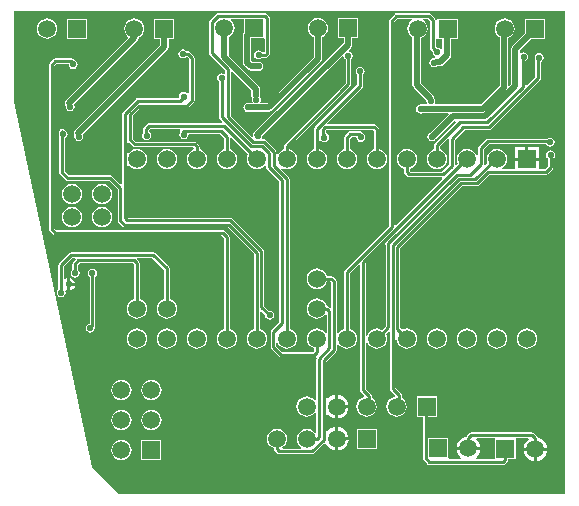
<source format=gbl>
G04 Layer_Physical_Order=2*
G04 Layer_Color=16711680*
%FSLAX25Y25*%
%MOIN*%
G70*
G01*
G75*
%ADD21C,0.01000*%
%ADD22C,0.01968*%
%ADD24R,0.05905X0.05905*%
%ADD25C,0.05905*%
%ADD26R,0.05905X0.05905*%
%ADD27C,0.06000*%
%ADD28C,0.02165*%
G36*
X284055Y339370D02*
X136024D01*
X135190Y339370D01*
X126267Y348293D01*
X100197Y470177D01*
Y500197D01*
X284055D01*
Y339370D01*
D02*
G37*
%LPC*%
G36*
X141201Y394517D02*
X140327Y394402D01*
X139513Y394065D01*
X138814Y393528D01*
X138278Y392829D01*
X137941Y392015D01*
X137826Y391142D01*
X137941Y390268D01*
X138278Y389454D01*
X138814Y388755D01*
X139513Y388219D01*
X140327Y387881D01*
X141201Y387766D01*
X142074Y387881D01*
X142888Y388219D01*
X143588Y388755D01*
X144124Y389454D01*
X144461Y390268D01*
X144576Y391142D01*
X144461Y392015D01*
X144124Y392829D01*
X143588Y393528D01*
X142888Y394065D01*
X142074Y394402D01*
X141201Y394517D01*
D02*
G37*
G36*
X151201D02*
X150327Y394402D01*
X149513Y394065D01*
X148814Y393528D01*
X148278Y392829D01*
X147941Y392015D01*
X147826Y391142D01*
X147941Y390268D01*
X148278Y389454D01*
X148814Y388755D01*
X149513Y388219D01*
X150327Y387881D01*
X151201Y387766D01*
X152074Y387881D01*
X152888Y388219D01*
X153587Y388755D01*
X154124Y389454D01*
X154461Y390268D01*
X154576Y391142D01*
X154461Y392015D01*
X154124Y392829D01*
X153587Y393528D01*
X152888Y394065D01*
X152074Y394402D01*
X151201Y394517D01*
D02*
G37*
G36*
X146063Y377312D02*
X145189Y377197D01*
X144375Y376860D01*
X143676Y376324D01*
X143140Y375625D01*
X142803Y374811D01*
X142688Y373937D01*
X142803Y373063D01*
X143140Y372249D01*
X143676Y371550D01*
X144375Y371014D01*
X145189Y370677D01*
X146063Y370562D01*
X146937Y370677D01*
X147751Y371014D01*
X148450Y371550D01*
X148986Y372249D01*
X149323Y373063D01*
X149438Y373937D01*
X149323Y374811D01*
X148986Y375625D01*
X148450Y376324D01*
X147751Y376860D01*
X146937Y377197D01*
X146063Y377312D01*
D02*
G37*
G36*
X208295Y372425D02*
Y369004D01*
X211716D01*
X211646Y369536D01*
X211248Y370497D01*
X210614Y371323D01*
X209789Y371957D01*
X208827Y372355D01*
X208295Y372425D01*
D02*
G37*
G36*
X136063Y377312D02*
X135189Y377197D01*
X134375Y376860D01*
X133676Y376324D01*
X133140Y375625D01*
X132803Y374811D01*
X132688Y373937D01*
X132803Y373063D01*
X133140Y372249D01*
X133676Y371550D01*
X134375Y371014D01*
X135189Y370677D01*
X136063Y370562D01*
X136937Y370677D01*
X137751Y371014D01*
X138450Y371550D01*
X138986Y372249D01*
X139323Y373063D01*
X139438Y373937D01*
X139323Y374811D01*
X138986Y375625D01*
X138450Y376324D01*
X137751Y376860D01*
X136937Y377197D01*
X136063Y377312D01*
D02*
G37*
G36*
X261201Y394517D02*
X260327Y394402D01*
X259513Y394065D01*
X258814Y393528D01*
X258278Y392829D01*
X257941Y392015D01*
X257825Y391142D01*
X257941Y390268D01*
X258278Y389454D01*
X258814Y388755D01*
X259513Y388219D01*
X260327Y387881D01*
X261201Y387766D01*
X262074Y387881D01*
X262889Y388219D01*
X263587Y388755D01*
X264124Y389454D01*
X264461Y390268D01*
X264576Y391142D01*
X264461Y392015D01*
X264124Y392829D01*
X263587Y393528D01*
X262889Y394065D01*
X262074Y394402D01*
X261201Y394517D01*
D02*
G37*
G36*
X271201D02*
X270327Y394402D01*
X269513Y394065D01*
X268814Y393528D01*
X268278Y392829D01*
X267940Y392015D01*
X267826Y391142D01*
X267940Y390268D01*
X268278Y389454D01*
X268814Y388755D01*
X269513Y388219D01*
X270327Y387881D01*
X271201Y387766D01*
X272074Y387881D01*
X272888Y388219D01*
X273587Y388755D01*
X274124Y389454D01*
X274461Y390268D01*
X274576Y391142D01*
X274461Y392015D01*
X274124Y392829D01*
X273587Y393528D01*
X272888Y394065D01*
X272074Y394402D01*
X271201Y394517D01*
D02*
G37*
G36*
X251201D02*
X250327Y394402D01*
X249513Y394065D01*
X248814Y393528D01*
X248278Y392829D01*
X247940Y392015D01*
X247826Y391142D01*
X247940Y390268D01*
X248278Y389454D01*
X248814Y388755D01*
X249513Y388219D01*
X250327Y387881D01*
X251201Y387766D01*
X252074Y387881D01*
X252888Y388219D01*
X253588Y388755D01*
X254124Y389454D01*
X254461Y390268D01*
X254576Y391142D01*
X254461Y392015D01*
X254124Y392829D01*
X253588Y393528D01*
X252888Y394065D01*
X252074Y394402D01*
X251201Y394517D01*
D02*
G37*
G36*
X161201D02*
X160327Y394402D01*
X159513Y394065D01*
X158814Y393528D01*
X158278Y392829D01*
X157940Y392015D01*
X157826Y391142D01*
X157940Y390268D01*
X158278Y389454D01*
X158814Y388755D01*
X159513Y388219D01*
X160327Y387881D01*
X161201Y387766D01*
X162074Y387881D01*
X162888Y388219D01*
X163587Y388755D01*
X164124Y389454D01*
X164461Y390268D01*
X164576Y391142D01*
X164461Y392015D01*
X164124Y392829D01*
X163587Y393528D01*
X162888Y394065D01*
X162074Y394402D01*
X161201Y394517D01*
D02*
G37*
G36*
X241201D02*
X240327Y394402D01*
X239513Y394065D01*
X238814Y393528D01*
X238278Y392829D01*
X237941Y392015D01*
X237825Y391142D01*
X237941Y390268D01*
X238278Y389454D01*
X238814Y388755D01*
X239513Y388219D01*
X240327Y387881D01*
X241201Y387766D01*
X242074Y387881D01*
X242888Y388219D01*
X243587Y388755D01*
X244124Y389454D01*
X244461Y390268D01*
X244576Y391142D01*
X244461Y392015D01*
X244124Y392829D01*
X243587Y393528D01*
X242888Y394065D01*
X242074Y394402D01*
X241201Y394517D01*
D02*
G37*
G36*
X211716Y368004D02*
X208295D01*
Y364583D01*
X208827Y364653D01*
X209789Y365051D01*
X210614Y365685D01*
X211248Y366511D01*
X211646Y367472D01*
X211716Y368004D01*
D02*
G37*
G36*
X149409Y357283D02*
X142717D01*
Y350591D01*
X149409D01*
Y357283D01*
D02*
G37*
G36*
X211834Y357276D02*
X208413D01*
Y353855D01*
X208945Y353925D01*
X209907Y354323D01*
X210733Y354956D01*
X211366Y355782D01*
X211764Y356744D01*
X211834Y357276D01*
D02*
G37*
G36*
X136063Y357312D02*
X135189Y357197D01*
X134375Y356860D01*
X133676Y356324D01*
X133140Y355625D01*
X132803Y354811D01*
X132688Y353937D01*
X132803Y353063D01*
X133140Y352249D01*
X133676Y351550D01*
X134375Y351014D01*
X135189Y350677D01*
X136063Y350562D01*
X136937Y350677D01*
X137751Y351014D01*
X138450Y351550D01*
X138986Y352249D01*
X139323Y353063D01*
X139438Y353937D01*
X139323Y354811D01*
X138986Y355625D01*
X138450Y356324D01*
X137751Y356860D01*
X136937Y357197D01*
X136063Y357312D01*
D02*
G37*
G36*
X273594Y353732D02*
X270173D01*
X270243Y353200D01*
X270642Y352239D01*
X271275Y351413D01*
X272101Y350780D01*
X273062Y350381D01*
X273594Y350311D01*
Y353732D01*
D02*
G37*
G36*
X278015D02*
X274594D01*
Y350311D01*
X275126Y350381D01*
X276088Y350780D01*
X276913Y351413D01*
X277547Y352239D01*
X277945Y353200D01*
X278015Y353732D01*
D02*
G37*
G36*
X136063Y367312D02*
X135189Y367197D01*
X134375Y366860D01*
X133676Y366324D01*
X133140Y365625D01*
X132803Y364811D01*
X132688Y363937D01*
X132803Y363063D01*
X133140Y362249D01*
X133676Y361550D01*
X134375Y361014D01*
X135189Y360677D01*
X136063Y360562D01*
X136937Y360677D01*
X137751Y361014D01*
X138450Y361550D01*
X138986Y362249D01*
X139323Y363063D01*
X139438Y363937D01*
X139323Y364811D01*
X138986Y365625D01*
X138450Y366324D01*
X137751Y366860D01*
X136937Y367197D01*
X136063Y367312D01*
D02*
G37*
G36*
X146063D02*
X145189Y367197D01*
X144375Y366860D01*
X143676Y366324D01*
X143140Y365625D01*
X142803Y364811D01*
X142688Y363937D01*
X142803Y363063D01*
X143140Y362249D01*
X143676Y361550D01*
X144375Y361014D01*
X145189Y360677D01*
X146063Y360562D01*
X146937Y360677D01*
X147751Y361014D01*
X148450Y361550D01*
X148986Y362249D01*
X149323Y363063D01*
X149438Y363937D01*
X149323Y364811D01*
X148986Y365625D01*
X148450Y366324D01*
X147751Y366860D01*
X146937Y367197D01*
X146063Y367312D01*
D02*
G37*
G36*
X208413Y361697D02*
Y358276D01*
X211834D01*
X211764Y358807D01*
X211366Y359769D01*
X210733Y360595D01*
X209907Y361228D01*
X208945Y361627D01*
X208413Y361697D01*
D02*
G37*
G36*
X221260Y361122D02*
X214567D01*
Y354429D01*
X221260D01*
Y361122D01*
D02*
G37*
G36*
X241142Y371850D02*
X234449D01*
Y365158D01*
X236589D01*
Y351181D01*
X236658Y350832D01*
X236856Y350537D01*
X238037Y349356D01*
X238332Y349158D01*
X238681Y349089D01*
X263386D01*
X263735Y349158D01*
X264030Y349356D01*
X264739Y350064D01*
X264936Y350360D01*
X265006Y350709D01*
Y350886D01*
X267441D01*
Y357579D01*
X267441D01*
X267521Y358046D01*
X271749D01*
X271919Y357545D01*
X271275Y357051D01*
X270642Y356226D01*
X270243Y355264D01*
X270173Y354732D01*
X278015D01*
X277945Y355264D01*
X277547Y356226D01*
X276913Y357051D01*
X276088Y357685D01*
X275126Y358083D01*
X274964Y358105D01*
X274936Y358243D01*
X274739Y358538D01*
X273676Y359601D01*
X273380Y359799D01*
X273031Y359868D01*
X252658D01*
X252309Y359799D01*
X252013Y359601D01*
X251108Y358696D01*
X250913Y358404D01*
X250720Y358379D01*
X249759Y357980D01*
X248933Y357347D01*
X248299Y356521D01*
X247901Y355559D01*
X247831Y355028D01*
X255673D01*
X255603Y355559D01*
X255205Y356521D01*
X254571Y357347D01*
X254312Y357545D01*
X254482Y358046D01*
X260668D01*
X260748Y357579D01*
X260748D01*
Y350911D01*
X254353D01*
X254184Y351411D01*
X254571Y351709D01*
X255205Y352534D01*
X255603Y353496D01*
X255673Y354028D01*
X247831D01*
X247901Y353496D01*
X248299Y352534D01*
X248933Y351709D01*
X249320Y351411D01*
X249150Y350911D01*
X245487D01*
X245098Y351181D01*
Y357874D01*
X238411D01*
Y365158D01*
X241142D01*
Y371850D01*
D02*
G37*
G36*
X126378Y414497D02*
X125802Y414383D01*
X125314Y414056D01*
X124987Y413568D01*
X124873Y412992D01*
X124987Y412416D01*
X125314Y411928D01*
X125467Y411825D01*
Y396048D01*
X125113Y395977D01*
X124625Y395651D01*
X124298Y395163D01*
X124184Y394587D01*
X124298Y394011D01*
X124625Y393522D01*
X125113Y393196D01*
X125689Y393081D01*
X126265Y393196D01*
X126753Y393522D01*
X127080Y394011D01*
X127194Y394587D01*
X127148Y394819D01*
X127220Y394927D01*
X127289Y395276D01*
Y411825D01*
X127442Y411928D01*
X127769Y412416D01*
X127883Y412992D01*
X127769Y413568D01*
X127442Y414056D01*
X126954Y414383D01*
X126378Y414497D01*
D02*
G37*
G36*
X215551Y460262D02*
X212402D01*
X212053Y460192D01*
X211757Y459995D01*
X210557Y458794D01*
X210359Y458498D01*
X210290Y458150D01*
Y454229D01*
X209513Y453907D01*
X208814Y453371D01*
X208278Y452672D01*
X207941Y451858D01*
X207825Y450984D01*
X207941Y450111D01*
X208278Y449297D01*
X208814Y448597D01*
X209513Y448061D01*
X210327Y447724D01*
X211201Y447609D01*
X212074Y447724D01*
X212889Y448061D01*
X213587Y448597D01*
X214124Y449297D01*
X214461Y450111D01*
X214576Y450984D01*
X214461Y451858D01*
X214124Y452672D01*
X213587Y453371D01*
X212889Y453907D01*
X212112Y454229D01*
Y457772D01*
X212779Y458439D01*
X214163D01*
X214333Y458232D01*
X214448Y457656D01*
X214774Y457168D01*
X215263Y456842D01*
X215839Y456727D01*
X216415Y456842D01*
X216903Y457168D01*
X217229Y457656D01*
X217344Y458232D01*
X217229Y458808D01*
X216903Y459297D01*
X216415Y459623D01*
X216408Y459624D01*
X216393Y459699D01*
X216196Y459995D01*
X215900Y460192D01*
X215551Y460262D01*
D02*
G37*
G36*
X153732Y497835D02*
X147039D01*
Y491142D01*
X148981D01*
Y488960D01*
X120562Y460541D01*
X120257Y460085D01*
X120150Y459547D01*
X120257Y459010D01*
X120408Y458784D01*
X120337Y458429D01*
X120452Y457853D01*
X120778Y457365D01*
X121266Y457038D01*
X121843Y456924D01*
X122419Y457038D01*
X122907Y457365D01*
X123233Y457853D01*
X123348Y458429D01*
X123233Y459005D01*
X123140Y459145D01*
X151379Y487385D01*
X151684Y487840D01*
X151791Y488378D01*
Y491142D01*
X153732D01*
Y497835D01*
D02*
G37*
G36*
X275153Y454937D02*
X271701D01*
Y451484D01*
X275153D01*
Y454937D01*
D02*
G37*
G36*
X215642Y481686D02*
X215066Y481572D01*
X214577Y481246D01*
X214251Y480757D01*
X214137Y480181D01*
X214251Y479605D01*
X214577Y479117D01*
X214731Y479014D01*
Y475862D01*
X200464Y461595D01*
X200267Y461300D01*
X200197Y460951D01*
Y454191D01*
X199513Y453907D01*
X198814Y453371D01*
X198278Y452672D01*
X197941Y451858D01*
X197826Y450984D01*
X197941Y450111D01*
X198278Y449297D01*
X198814Y448597D01*
X199513Y448061D01*
X200327Y447724D01*
X201201Y447609D01*
X202074Y447724D01*
X202888Y448061D01*
X203588Y448597D01*
X204124Y449297D01*
X204461Y450111D01*
X204576Y450984D01*
X204461Y451858D01*
X204124Y452672D01*
X203588Y453371D01*
X202888Y453907D01*
X202074Y454245D01*
X202020Y454252D01*
Y457139D01*
X202520Y457291D01*
X202668Y457069D01*
X203156Y456743D01*
X203732Y456629D01*
X204308Y456743D01*
X204797Y457069D01*
X205123Y457558D01*
X205238Y458134D01*
X205123Y458710D01*
X204797Y459198D01*
X204308Y459525D01*
X204302Y459526D01*
X204287Y459601D01*
X204258Y459644D01*
Y460646D01*
X204413Y460801D01*
X219898D01*
X220197Y460502D01*
Y454191D01*
X219513Y453907D01*
X218814Y453371D01*
X218278Y452672D01*
X217940Y451858D01*
X217826Y450984D01*
X217940Y450111D01*
X218278Y449297D01*
X218814Y448597D01*
X219513Y448061D01*
X220327Y447724D01*
X221201Y447609D01*
X222074Y447724D01*
X222888Y448061D01*
X223587Y448597D01*
X224124Y449297D01*
X224461Y450111D01*
X224576Y450984D01*
X224461Y451858D01*
X224124Y452672D01*
X223587Y453371D01*
X222888Y453907D01*
X222074Y454245D01*
X222020Y454252D01*
Y460880D01*
X221951Y461228D01*
X221753Y461524D01*
X220920Y462357D01*
X220624Y462554D01*
X220276Y462624D01*
X204723D01*
X204532Y463086D01*
X216286Y474840D01*
X216484Y475136D01*
X216553Y475484D01*
Y479014D01*
X216706Y479117D01*
X217033Y479605D01*
X217147Y480181D01*
X217033Y480757D01*
X216706Y481246D01*
X216218Y481572D01*
X215642Y481686D01*
D02*
G37*
G36*
X270701Y454937D02*
X267248D01*
Y451484D01*
X270701D01*
Y454937D01*
D02*
G37*
G36*
X111350Y497863D02*
X110477Y497749D01*
X109663Y497411D01*
X108964Y496875D01*
X108427Y496176D01*
X108090Y495362D01*
X107975Y494488D01*
X108090Y493615D01*
X108427Y492801D01*
X108964Y492101D01*
X109663Y491565D01*
X110477Y491228D01*
X111350Y491113D01*
X112224Y491228D01*
X113038Y491565D01*
X113737Y492101D01*
X114274Y492801D01*
X114611Y493615D01*
X114726Y494488D01*
X114611Y495362D01*
X114274Y496176D01*
X113737Y496875D01*
X113038Y497411D01*
X112224Y497749D01*
X111350Y497863D01*
D02*
G37*
G36*
X124697Y497835D02*
X118004D01*
Y491142D01*
X124697D01*
Y497835D01*
D02*
G37*
G36*
X119685Y484573D02*
X113976D01*
X113628Y484503D01*
X113332Y484306D01*
X112151Y483125D01*
X111953Y482829D01*
X111884Y482480D01*
Y427559D01*
X111953Y427210D01*
X112151Y426915D01*
X113234Y425832D01*
X113529Y425634D01*
X113878Y425565D01*
X169406D01*
X170290Y424682D01*
Y394387D01*
X169513Y394065D01*
X168814Y393528D01*
X168278Y392829D01*
X167940Y392015D01*
X167825Y391142D01*
X167940Y390268D01*
X168278Y389454D01*
X168814Y388755D01*
X169513Y388219D01*
X170327Y387881D01*
X171201Y387766D01*
X172074Y387881D01*
X172888Y388219D01*
X173588Y388755D01*
X174124Y389454D01*
X174461Y390268D01*
X174576Y391142D01*
X174461Y392015D01*
X174124Y392829D01*
X173588Y393528D01*
X172888Y394065D01*
X172112Y394387D01*
Y425059D01*
X172043Y425408D01*
X171845Y425703D01*
X170428Y427121D01*
X170132Y427318D01*
X169783Y427388D01*
X114255D01*
X113707Y427937D01*
Y482103D01*
X114354Y482750D01*
X118297D01*
X118467Y482543D01*
X118582Y481967D01*
X118908Y481479D01*
X119396Y481153D01*
X119973Y481038D01*
X120548Y481153D01*
X121037Y481479D01*
X121363Y481967D01*
X121478Y482543D01*
X121363Y483119D01*
X121037Y483608D01*
X120548Y483934D01*
X120542Y483935D01*
X120527Y484010D01*
X120329Y484306D01*
X120034Y484503D01*
X119685Y484573D01*
D02*
G37*
G36*
X140386Y497863D02*
X139512Y497749D01*
X138698Y497411D01*
X137999Y496875D01*
X137463Y496176D01*
X137126Y495362D01*
X137011Y494488D01*
X137126Y493615D01*
X137463Y492801D01*
X137999Y492101D01*
X138394Y491798D01*
X138427Y491299D01*
X117707Y470580D01*
X117403Y470124D01*
X117296Y469587D01*
X117403Y469049D01*
X117553Y468823D01*
X117483Y468469D01*
X117597Y467893D01*
X117924Y467404D01*
X118412Y467078D01*
X118988Y466963D01*
X119564Y467078D01*
X120053Y467404D01*
X120379Y467893D01*
X120493Y468469D01*
X120379Y469045D01*
X120285Y469184D01*
X141379Y490278D01*
X141684Y490734D01*
X141791Y491272D01*
Y491448D01*
X142074Y491565D01*
X142773Y492101D01*
X143309Y492801D01*
X143646Y493615D01*
X143761Y494488D01*
X143646Y495362D01*
X143309Y496176D01*
X142773Y496875D01*
X142074Y497411D01*
X141259Y497749D01*
X140386Y497863D01*
D02*
G37*
G36*
X156587Y487592D02*
X156011Y487477D01*
X155522Y487151D01*
X155196Y486663D01*
X155081Y486087D01*
X155196Y485511D01*
X155522Y485022D01*
X156011Y484696D01*
X156587Y484581D01*
X157163Y484696D01*
X157651Y485022D01*
X158143Y484859D01*
X158636Y484367D01*
Y472821D01*
X158540Y472744D01*
X157870Y472847D01*
X157848Y472879D01*
X157360Y473206D01*
X156783Y473320D01*
X156207Y473206D01*
X155719Y472879D01*
X155393Y472391D01*
X155278Y471815D01*
X155283Y471793D01*
X154926Y471384D01*
X141437Y471384D01*
X141088Y471314D01*
X140793Y471117D01*
X136478Y466802D01*
X136280Y466506D01*
X136211Y466157D01*
Y442700D01*
X135749Y442508D01*
X132928Y445329D01*
X132632Y445527D01*
X132283Y445596D01*
X118488D01*
X117250Y446834D01*
Y457858D01*
X117690Y458152D01*
X118017Y458640D01*
X118131Y459216D01*
X118017Y459793D01*
X117690Y460281D01*
X117202Y460607D01*
X117195Y460609D01*
X117180Y460683D01*
X116983Y460979D01*
X116687Y461176D01*
X116339Y461246D01*
X115990Y461176D01*
X115694Y460979D01*
X115497Y460683D01*
X115427Y460335D01*
Y460080D01*
X115235Y459793D01*
X115121Y459216D01*
X115235Y458640D01*
X115427Y458353D01*
Y446457D01*
X115497Y446108D01*
X115694Y445812D01*
X117466Y444041D01*
X117762Y443843D01*
X118110Y443774D01*
X131906D01*
X134817Y440863D01*
Y430512D01*
X134887Y430163D01*
X135084Y429868D01*
X136462Y428489D01*
X136758Y428292D01*
X137106Y428223D01*
X171473D01*
X180290Y419406D01*
Y394387D01*
X179513Y394065D01*
X178814Y393528D01*
X178278Y392829D01*
X177940Y392015D01*
X177825Y391142D01*
X177940Y390268D01*
X178278Y389454D01*
X178814Y388755D01*
X179513Y388219D01*
X180327Y387881D01*
X181201Y387766D01*
X182074Y387881D01*
X182888Y388219D01*
X183588Y388755D01*
X184124Y389454D01*
X184461Y390268D01*
X184576Y391142D01*
X184461Y392015D01*
X184124Y392829D01*
X183588Y393528D01*
X182888Y394065D01*
X182112Y394387D01*
Y400296D01*
X182574Y400488D01*
X183964Y399098D01*
X183928Y398917D01*
X184042Y398341D01*
X184369Y397853D01*
X184857Y397527D01*
X185433Y397412D01*
X186009Y397527D01*
X186497Y397853D01*
X186824Y398341D01*
X186938Y398917D01*
X186824Y399493D01*
X186497Y399982D01*
X186009Y400308D01*
X185433Y400423D01*
X185252Y400387D01*
X183506Y402133D01*
Y420361D01*
X183436Y420709D01*
X183239Y421005D01*
X173072Y431172D01*
X172776Y431369D01*
X172428Y431439D01*
X138354D01*
X138033Y431759D01*
Y448794D01*
X138533Y448963D01*
X138814Y448597D01*
X139513Y448061D01*
X140327Y447724D01*
X141201Y447609D01*
X142074Y447724D01*
X142888Y448061D01*
X143588Y448597D01*
X144124Y449297D01*
X144461Y450111D01*
X144576Y450984D01*
X144461Y451858D01*
X144124Y452672D01*
X143588Y453371D01*
X142888Y453907D01*
X142074Y454245D01*
X141201Y454360D01*
X140327Y454245D01*
X139513Y453907D01*
X138814Y453371D01*
X138533Y453005D01*
X138033Y453175D01*
Y456447D01*
X138129Y456517D01*
X138533Y456635D01*
X139907Y455261D01*
X140202Y455064D01*
X140551Y454994D01*
X160056D01*
X160290Y454760D01*
Y454229D01*
X159513Y453907D01*
X158814Y453371D01*
X158278Y452672D01*
X157940Y451858D01*
X157826Y450984D01*
X157940Y450111D01*
X158278Y449297D01*
X158814Y448597D01*
X159513Y448061D01*
X160327Y447724D01*
X161201Y447609D01*
X162074Y447724D01*
X162888Y448061D01*
X163587Y448597D01*
X164124Y449297D01*
X164461Y450111D01*
X164576Y450984D01*
X164461Y451858D01*
X164124Y452672D01*
X163587Y453371D01*
X162888Y453907D01*
X162112Y454229D01*
Y455138D01*
X162043Y455486D01*
X161845Y455782D01*
X161077Y456550D01*
X160782Y456747D01*
X160433Y456817D01*
X140929D01*
X139986Y457759D01*
Y465567D01*
X142307Y467888D01*
X157776D01*
X158124Y467957D01*
X158420Y468155D01*
X160192Y469927D01*
X160389Y470222D01*
X160458Y470571D01*
Y484744D01*
X160389Y485093D01*
X160192Y485388D01*
X158849Y486731D01*
X158553Y486929D01*
X158205Y486998D01*
X157753D01*
X157651Y487151D01*
X157163Y487477D01*
X156587Y487592D01*
D02*
G37*
G36*
X119626Y435068D02*
X118752Y434953D01*
X117938Y434616D01*
X117239Y434080D01*
X116703Y433381D01*
X116366Y432566D01*
X116251Y431693D01*
X116366Y430819D01*
X116703Y430005D01*
X117239Y429306D01*
X117938Y428770D01*
X118752Y428433D01*
X119626Y428318D01*
X120500Y428433D01*
X121314Y428770D01*
X122013Y429306D01*
X122549Y430005D01*
X122886Y430819D01*
X123001Y431693D01*
X122886Y432566D01*
X122549Y433381D01*
X122013Y434080D01*
X121314Y434616D01*
X120500Y434953D01*
X119626Y435068D01*
D02*
G37*
G36*
X129626D02*
X128752Y434953D01*
X127938Y434616D01*
X127239Y434080D01*
X126703Y433381D01*
X126366Y432566D01*
X126251Y431693D01*
X126366Y430819D01*
X126703Y430005D01*
X127239Y429306D01*
X127938Y428770D01*
X128752Y428433D01*
X129626Y428318D01*
X130500Y428433D01*
X131314Y428770D01*
X132013Y429306D01*
X132549Y430005D01*
X132886Y430819D01*
X133001Y431693D01*
X132886Y432566D01*
X132549Y433381D01*
X132013Y434080D01*
X131314Y434616D01*
X130500Y434953D01*
X129626Y435068D01*
D02*
G37*
G36*
X119095Y411292D02*
Y409768D01*
X120618D01*
X120556Y410080D01*
X120096Y410769D01*
X119407Y411230D01*
X119095Y411292D01*
D02*
G37*
G36*
X146752Y419907D02*
X119291D01*
X118943Y419838D01*
X118647Y419640D01*
X115301Y416294D01*
X115103Y415998D01*
X115034Y415650D01*
Y407663D01*
X114881Y407560D01*
X114554Y407072D01*
X114440Y406496D01*
X114554Y405920D01*
X114881Y405432D01*
X115369Y405105D01*
X115945Y404991D01*
X116521Y405105D01*
X117009Y405432D01*
X117336Y405920D01*
X117450Y406496D01*
X117351Y406992D01*
X117539Y407193D01*
X117757Y407323D01*
X117782Y407306D01*
X118095Y407244D01*
Y409268D01*
Y411292D01*
X117782Y411230D01*
X117356Y410945D01*
X116856Y411212D01*
Y415272D01*
X119669Y418085D01*
X120617D01*
X120824Y417585D01*
X120025Y416786D01*
X119827Y416490D01*
X119758Y416142D01*
Y414159D01*
X119605Y414056D01*
X119279Y413568D01*
X119164Y412992D01*
X119279Y412416D01*
X119605Y411928D01*
X120093Y411601D01*
X120669Y411487D01*
X121245Y411601D01*
X121734Y411928D01*
X122060Y412416D01*
X122175Y412992D01*
X122060Y413568D01*
X121734Y414056D01*
X121581Y414159D01*
Y415764D01*
X122129Y416313D01*
X139878D01*
X140290Y415902D01*
Y404387D01*
X139513Y404065D01*
X138814Y403528D01*
X138278Y402829D01*
X137941Y402015D01*
X137826Y401142D01*
X137941Y400268D01*
X138278Y399454D01*
X138814Y398755D01*
X139513Y398219D01*
X140327Y397881D01*
X141201Y397766D01*
X142074Y397881D01*
X142888Y398219D01*
X143588Y398755D01*
X144124Y399454D01*
X144461Y400268D01*
X144576Y401142D01*
X144461Y402015D01*
X144124Y402829D01*
X143588Y403528D01*
X142888Y404065D01*
X142112Y404387D01*
Y416280D01*
X142043Y416628D01*
X141845Y416924D01*
X141184Y417585D01*
X141391Y418085D01*
X146374D01*
X150290Y414170D01*
Y404387D01*
X149513Y404065D01*
X148814Y403528D01*
X148278Y402829D01*
X147941Y402015D01*
X147826Y401142D01*
X147941Y400268D01*
X148278Y399454D01*
X148814Y398755D01*
X149513Y398219D01*
X150327Y397881D01*
X151201Y397766D01*
X152074Y397881D01*
X152889Y398219D01*
X153587Y398755D01*
X154124Y399454D01*
X154461Y400268D01*
X154576Y401142D01*
X154461Y402015D01*
X154124Y402829D01*
X153587Y403528D01*
X152889Y404065D01*
X152112Y404387D01*
Y414547D01*
X152043Y414896D01*
X151845Y415192D01*
X147396Y419640D01*
X147101Y419838D01*
X146752Y419907D01*
D02*
G37*
G36*
X120618Y408768D02*
X119095D01*
Y407244D01*
X119407Y407306D01*
X120096Y407766D01*
X120556Y408455D01*
X120618Y408768D01*
D02*
G37*
G36*
X129626Y442700D02*
X128752Y442585D01*
X127938Y442248D01*
X127239Y441711D01*
X126703Y441012D01*
X126366Y440198D01*
X126251Y439325D01*
X126366Y438451D01*
X126703Y437637D01*
X127239Y436938D01*
X127938Y436402D01*
X128752Y436064D01*
X129626Y435949D01*
X130500Y436064D01*
X131314Y436402D01*
X132013Y436938D01*
X132549Y437637D01*
X132886Y438451D01*
X133001Y439325D01*
X132886Y440198D01*
X132549Y441012D01*
X132013Y441711D01*
X131314Y442248D01*
X130500Y442585D01*
X129626Y442700D01*
D02*
G37*
G36*
X151201Y454360D02*
X150327Y454245D01*
X149513Y453907D01*
X148814Y453371D01*
X148278Y452672D01*
X147941Y451858D01*
X147826Y450984D01*
X147941Y450111D01*
X148278Y449297D01*
X148814Y448597D01*
X149513Y448061D01*
X150327Y447724D01*
X151201Y447609D01*
X152074Y447724D01*
X152888Y448061D01*
X153587Y448597D01*
X154124Y449297D01*
X154461Y450111D01*
X154576Y450984D01*
X154461Y451858D01*
X154124Y452672D01*
X153587Y453371D01*
X152888Y453907D01*
X152074Y454245D01*
X151201Y454360D01*
D02*
G37*
G36*
X238583Y499632D02*
X227756D01*
X227407Y499562D01*
X227112Y499365D01*
X225537Y497790D01*
X225339Y497494D01*
X225270Y497146D01*
Y428724D01*
X210557Y414010D01*
X210359Y413715D01*
X210290Y413366D01*
Y394387D01*
X209513Y394065D01*
X208814Y393528D01*
X208301Y392860D01*
X208248Y392857D01*
X207801Y393111D01*
Y410335D01*
X207732Y410683D01*
X207534Y410979D01*
X206727Y411786D01*
X206431Y411984D01*
X206083Y412053D01*
X204497D01*
X204165Y412853D01*
X203621Y413562D01*
X202912Y414106D01*
X202087Y414448D01*
X201201Y414565D01*
X200315Y414448D01*
X199489Y414106D01*
X198780Y413562D01*
X198236Y412853D01*
X197895Y412028D01*
X197778Y411142D01*
X197895Y410256D01*
X198236Y409430D01*
X198780Y408721D01*
X199489Y408177D01*
X200315Y407835D01*
X201201Y407719D01*
X202087Y407835D01*
X202912Y408177D01*
X203621Y408721D01*
X204165Y409430D01*
X204497Y410230D01*
X205705D01*
X205978Y409957D01*
Y401672D01*
X205517Y401481D01*
X205211Y401786D01*
X204916Y401984D01*
X204567Y402053D01*
X204446D01*
X204124Y402829D01*
X203588Y403528D01*
X202888Y404065D01*
X202074Y404402D01*
X201201Y404517D01*
X200327Y404402D01*
X199513Y404065D01*
X198814Y403528D01*
X198278Y402829D01*
X197941Y402015D01*
X197826Y401142D01*
X197941Y400268D01*
X198278Y399454D01*
X198814Y398755D01*
X199513Y398219D01*
X200327Y397881D01*
X201201Y397766D01*
X202074Y397881D01*
X202888Y398219D01*
X203588Y398755D01*
X204002Y399295D01*
X204502Y399126D01*
Y393158D01*
X204002Y392988D01*
X203588Y393528D01*
X202888Y394065D01*
X202074Y394402D01*
X201201Y394517D01*
X200327Y394402D01*
X199513Y394065D01*
X198814Y393528D01*
X198278Y392829D01*
X197941Y392015D01*
X197826Y391142D01*
X197941Y390268D01*
X198278Y389454D01*
X198814Y388755D01*
X199513Y388219D01*
X200290Y387897D01*
Y387110D01*
X199918Y386738D01*
X189649D01*
X187624Y388763D01*
Y389726D01*
X188124Y389826D01*
X188278Y389454D01*
X188814Y388755D01*
X189513Y388219D01*
X190327Y387881D01*
X191201Y387766D01*
X192074Y387881D01*
X192888Y388219D01*
X193588Y388755D01*
X194124Y389454D01*
X194461Y390268D01*
X194576Y391142D01*
X194461Y392015D01*
X194124Y392829D01*
X193588Y393528D01*
X192888Y394065D01*
X192112Y394387D01*
Y444429D01*
X192043Y444778D01*
X191845Y445073D01*
X189271Y447648D01*
X189513Y448061D01*
X190327Y447724D01*
X191201Y447609D01*
X192074Y447724D01*
X192888Y448061D01*
X193588Y448597D01*
X194124Y449297D01*
X194461Y450111D01*
X194576Y450984D01*
X194461Y451858D01*
X194124Y452672D01*
X193588Y453371D01*
X192888Y453907D01*
X192074Y454245D01*
X192020Y454252D01*
Y455101D01*
X212349Y475430D01*
X212547Y475726D01*
X212616Y476075D01*
Y484231D01*
X212769Y484333D01*
X213095Y484822D01*
X213210Y485398D01*
X213095Y485974D01*
X212769Y486462D01*
X212281Y486788D01*
X211983Y486848D01*
X211818Y487390D01*
X212501Y488073D01*
X212806Y488529D01*
X212913Y489067D01*
Y491339D01*
X214854D01*
Y498032D01*
X208161D01*
Y491339D01*
X210103D01*
Y489649D01*
X180383Y459929D01*
X180078Y459473D01*
X179971Y458935D01*
X179988Y458849D01*
X179983Y458823D01*
X180056Y458456D01*
X179595Y458209D01*
X172565Y465240D01*
Y480110D01*
X173027Y480301D01*
X179402Y473926D01*
Y471949D01*
X179509Y471411D01*
X179660Y471186D01*
X179589Y470831D01*
X179704Y470255D01*
X179789Y470127D01*
X179522Y469627D01*
X178695D01*
X178191Y469728D01*
X177615Y469613D01*
X177127Y469287D01*
X176800Y468798D01*
X176686Y468222D01*
X176800Y467646D01*
X177127Y467158D01*
X177615Y466832D01*
X178191Y466717D01*
X178695Y466818D01*
X185348D01*
X185886Y466924D01*
X186342Y467229D01*
X202568Y483455D01*
X202873Y483911D01*
X202980Y484449D01*
Y491673D01*
X203196Y491762D01*
X203895Y492298D01*
X204431Y492997D01*
X204768Y493811D01*
X204883Y494685D01*
X204768Y495559D01*
X204431Y496373D01*
X203895Y497072D01*
X203196Y497608D01*
X202381Y497945D01*
X201508Y498060D01*
X200634Y497945D01*
X199820Y497608D01*
X199121Y497072D01*
X198585Y496373D01*
X198248Y495559D01*
X198133Y494685D01*
X198248Y493811D01*
X198585Y492997D01*
X199121Y492298D01*
X199820Y491762D01*
X200170Y491617D01*
Y485031D01*
X184766Y469627D01*
X182667D01*
X182400Y470127D01*
X182485Y470255D01*
X182600Y470831D01*
X182485Y471407D01*
X182192Y471846D01*
X182212Y471949D01*
Y474508D01*
X182105Y475045D01*
X181800Y475501D01*
X171810Y485491D01*
Y491645D01*
X172093Y491762D01*
X172792Y492298D01*
X173329Y492997D01*
X173666Y493811D01*
X173781Y494685D01*
X173666Y495559D01*
X173329Y496373D01*
X172792Y497072D01*
X172483Y497309D01*
X172652Y497809D01*
X177059D01*
Y493326D01*
X176959Y493226D01*
X176655Y492770D01*
X176548Y492232D01*
Y483169D01*
X176655Y482632D01*
X176959Y482176D01*
X178274Y480861D01*
X178730Y480556D01*
X179268Y480449D01*
X181279D01*
X181783Y480349D01*
X182360Y480464D01*
X182848Y480790D01*
X183174Y481278D01*
X183289Y481854D01*
X183174Y482430D01*
X182848Y482919D01*
X182360Y483245D01*
X181783Y483360D01*
X181279Y483259D01*
X179850D01*
X179358Y483751D01*
Y491339D01*
X183752D01*
X183833Y490872D01*
Y486696D01*
X183741Y486604D01*
X182950D01*
X182848Y486757D01*
X182360Y487084D01*
X181783Y487198D01*
X181207Y487084D01*
X180719Y486757D01*
X180393Y486269D01*
X180278Y485693D01*
X180393Y485117D01*
X180719Y484628D01*
X181207Y484302D01*
X181783Y484188D01*
X182360Y484302D01*
X182848Y484628D01*
X182950Y484782D01*
X184118D01*
X184467Y484851D01*
X184762Y485049D01*
X185388Y485675D01*
X185586Y485970D01*
X185655Y486319D01*
Y498032D01*
X185586Y498380D01*
X185388Y498676D01*
X184699Y499365D01*
X184404Y499562D01*
X184055Y499632D01*
X168209D01*
X167860Y499562D01*
X167564Y499365D01*
X165596Y497396D01*
X165398Y497101D01*
X165329Y496752D01*
Y486417D01*
X165398Y486069D01*
X165596Y485773D01*
X170742Y480626D01*
Y479648D01*
X170242Y479381D01*
X170056Y479505D01*
X169480Y479620D01*
X168904Y479505D01*
X168416Y479179D01*
X168090Y478690D01*
X167975Y478114D01*
X168090Y477538D01*
X168416Y477050D01*
X168569Y476947D01*
Y464968D01*
X168639Y464620D01*
X168836Y464324D01*
X169741Y463419D01*
X169534Y462919D01*
X145177D01*
X144828Y462850D01*
X144533Y462652D01*
X143549Y461668D01*
X143351Y461372D01*
X143282Y461024D01*
Y459941D01*
X143321Y459745D01*
X143090Y459399D01*
X142975Y458823D01*
X143090Y458247D01*
X143416Y457758D01*
X143904Y457432D01*
X144480Y457317D01*
X145056Y457432D01*
X145545Y457758D01*
X145871Y458247D01*
X145986Y458823D01*
X145871Y459399D01*
X145545Y459887D01*
X145137Y460160D01*
X145109Y460652D01*
X145555Y461097D01*
X155493D01*
X155761Y460597D01*
X155753Y460585D01*
X155683Y460236D01*
X155722Y460040D01*
X155491Y459694D01*
X155377Y459118D01*
X155491Y458542D01*
X155817Y458054D01*
X156306Y457727D01*
X156882Y457613D01*
X157458Y457727D01*
X157946Y458054D01*
X158273Y458542D01*
X158387Y459118D01*
X158557Y459325D01*
X168816D01*
X170290Y457851D01*
Y454229D01*
X169513Y453907D01*
X168814Y453371D01*
X168278Y452672D01*
X167940Y451858D01*
X167825Y450984D01*
X167940Y450111D01*
X168278Y449297D01*
X168814Y448597D01*
X169513Y448061D01*
X170327Y447724D01*
X171201Y447609D01*
X172074Y447724D01*
X172888Y448061D01*
X173588Y448597D01*
X174124Y449297D01*
X174461Y450111D01*
X174576Y450984D01*
X174461Y451858D01*
X174124Y452672D01*
X173588Y453371D01*
X172888Y453907D01*
X172112Y454229D01*
Y458077D01*
X172500Y458285D01*
X172597Y458299D01*
X178262Y452634D01*
X177940Y451858D01*
X177825Y450984D01*
X177940Y450111D01*
X178278Y449297D01*
X178814Y448597D01*
X179513Y448061D01*
X180327Y447724D01*
X181201Y447609D01*
X182074Y447724D01*
X182888Y448061D01*
X183588Y448597D01*
X183825Y448907D01*
X184325Y448737D01*
Y448327D01*
X184394Y447978D01*
X184592Y447682D01*
X188754Y443520D01*
Y396834D01*
X186068Y394148D01*
X185871Y393853D01*
X185801Y393504D01*
Y388386D01*
X185871Y388037D01*
X186068Y387741D01*
X188627Y385182D01*
X188923Y384985D01*
X189272Y384916D01*
X200295D01*
X200644Y384985D01*
X200700Y385023D01*
X200842Y384948D01*
X201106Y384692D01*
X201057Y384449D01*
Y370571D01*
X200557Y370402D01*
X200182Y370891D01*
X199483Y371427D01*
X198669Y371764D01*
X197795Y371879D01*
X196922Y371764D01*
X196108Y371427D01*
X195409Y370891D01*
X194872Y370192D01*
X194535Y369378D01*
X194420Y368504D01*
X194535Y367630D01*
X194872Y366816D01*
X195409Y366117D01*
X196108Y365581D01*
X196922Y365244D01*
X197795Y365129D01*
X198669Y365244D01*
X199483Y365581D01*
X200182Y366117D01*
X200557Y366606D01*
X201057Y366437D01*
Y359997D01*
X200557Y359827D01*
X200300Y360162D01*
X199601Y360699D01*
X198787Y361036D01*
X197913Y361151D01*
X197040Y361036D01*
X196226Y360699D01*
X195527Y360162D01*
X194990Y359463D01*
X194653Y358649D01*
X194538Y357776D01*
X194653Y356902D01*
X194990Y356088D01*
X195527Y355389D01*
X196093Y354955D01*
X195926Y354454D01*
X189901D01*
X189734Y354955D01*
X190300Y355389D01*
X190837Y356088D01*
X191174Y356902D01*
X191289Y357776D01*
X191174Y358649D01*
X190837Y359463D01*
X190300Y360162D01*
X189601Y360699D01*
X188787Y361036D01*
X187913Y361151D01*
X187040Y361036D01*
X186226Y360699D01*
X185527Y360162D01*
X184990Y359463D01*
X184653Y358649D01*
X184538Y357776D01*
X184653Y356902D01*
X184990Y356088D01*
X185527Y355389D01*
X186226Y354853D01*
X187002Y354531D01*
Y354213D01*
X187072Y353864D01*
X187269Y353568D01*
X187938Y352899D01*
X188234Y352701D01*
X188583Y352632D01*
X199705D01*
X200053Y352701D01*
X200349Y352899D01*
X203718Y356268D01*
X204308Y356151D01*
X204461Y355782D01*
X205094Y354956D01*
X205920Y354323D01*
X206881Y353925D01*
X207413Y353855D01*
Y357776D01*
Y361697D01*
X206881Y361627D01*
X205920Y361228D01*
X205094Y360595D01*
X204856Y360284D01*
X204356Y360454D01*
Y365715D01*
X204830Y365876D01*
X204976Y365685D01*
X205802Y365051D01*
X206764Y364653D01*
X207295Y364583D01*
Y368504D01*
Y372425D01*
X206764Y372355D01*
X205802Y371957D01*
X204976Y371323D01*
X204830Y371132D01*
X204356Y371293D01*
Y383481D01*
X207534Y386659D01*
X207732Y386954D01*
X207801Y387303D01*
Y389173D01*
X208248Y389426D01*
X208301Y389424D01*
X208814Y388755D01*
X209513Y388219D01*
X210327Y387881D01*
X211201Y387766D01*
X212074Y387881D01*
X212889Y388219D01*
X213587Y388755D01*
X214124Y389454D01*
X214461Y390268D01*
X214576Y391142D01*
X214461Y392015D01*
X214124Y392829D01*
X213587Y393528D01*
X212889Y394065D01*
X212112Y394387D01*
Y412989D01*
X215162Y416039D01*
X215624Y415848D01*
Y374016D01*
X215694Y373667D01*
X215891Y373371D01*
X217036Y372226D01*
X216829Y371726D01*
X216108Y371427D01*
X215409Y370891D01*
X214872Y370192D01*
X214535Y369378D01*
X214420Y368504D01*
X214535Y367630D01*
X214872Y366816D01*
X215409Y366117D01*
X216108Y365581D01*
X216922Y365244D01*
X217795Y365129D01*
X218669Y365244D01*
X219483Y365581D01*
X220182Y366117D01*
X220719Y366816D01*
X221056Y367630D01*
X221171Y368504D01*
X221056Y369378D01*
X220719Y370192D01*
X220182Y370891D01*
X219592Y371343D01*
Y371870D01*
X219523Y372219D01*
X219325Y372514D01*
X217447Y374393D01*
Y390200D01*
X217940Y390268D01*
X218278Y389454D01*
X218814Y388755D01*
X219513Y388219D01*
X220327Y387881D01*
X221201Y387766D01*
X222074Y387881D01*
X222888Y388219D01*
X223587Y388755D01*
X224124Y389454D01*
X224461Y390268D01*
X224576Y391142D01*
X224461Y392015D01*
X224139Y392792D01*
X225103Y393756D01*
X225565Y393564D01*
Y374410D01*
X225635Y374061D01*
X225832Y373765D01*
X227327Y372270D01*
X227166Y371797D01*
X226922Y371764D01*
X226108Y371427D01*
X225409Y370891D01*
X224872Y370192D01*
X224535Y369378D01*
X224420Y368504D01*
X224535Y367630D01*
X224872Y366816D01*
X225409Y366117D01*
X226108Y365581D01*
X226922Y365244D01*
X227795Y365129D01*
X228669Y365244D01*
X229483Y365581D01*
X230182Y366117D01*
X230718Y366816D01*
X231056Y367630D01*
X231171Y368504D01*
X231056Y369378D01*
X230718Y370192D01*
X230182Y370891D01*
X229592Y371343D01*
Y372205D01*
X229523Y372553D01*
X229326Y372849D01*
X227388Y374787D01*
Y390637D01*
X227888Y390670D01*
X227941Y390268D01*
X228278Y389454D01*
X228814Y388755D01*
X229513Y388219D01*
X230327Y387881D01*
X231201Y387766D01*
X232074Y387881D01*
X232889Y388219D01*
X233588Y388755D01*
X234124Y389454D01*
X234461Y390268D01*
X234576Y391142D01*
X234461Y392015D01*
X234124Y392829D01*
X233588Y393528D01*
X232889Y394065D01*
X232074Y394402D01*
X231201Y394517D01*
X230327Y394402D01*
X229551Y394080D01*
X228781Y394850D01*
Y421289D01*
X249537Y442045D01*
X254526D01*
X254875Y442115D01*
X255170Y442312D01*
X258699Y445841D01*
X277559D01*
X277908Y445910D01*
X278203Y446108D01*
X279778Y447682D01*
X279976Y447978D01*
X280045Y448327D01*
Y451195D01*
X280198Y451298D01*
X280525Y451786D01*
X280639Y452362D01*
X280525Y452938D01*
X280198Y453427D01*
X279710Y453753D01*
X279134Y453867D01*
X278558Y453753D01*
X278069Y453427D01*
X277743Y452938D01*
X277629Y452362D01*
X277743Y451786D01*
X278069Y451298D01*
X278223Y451195D01*
Y448704D01*
X277182Y447663D01*
X275153D01*
Y450484D01*
X271201D01*
X267248D01*
Y447663D01*
X263188D01*
X263021Y448163D01*
X263587Y448597D01*
X264124Y449297D01*
X264461Y450111D01*
X264576Y450984D01*
X264461Y451858D01*
X264124Y452672D01*
X263587Y453371D01*
X262889Y453907D01*
X262074Y454245D01*
X261201Y454360D01*
X260327Y454245D01*
X259513Y453907D01*
X258814Y453371D01*
X258278Y452672D01*
X257941Y451858D01*
X257825Y450984D01*
X257941Y450111D01*
X258081Y449771D01*
X257181Y448871D01*
X257110Y448902D01*
X256768Y449166D01*
X256817Y449409D01*
Y454249D01*
X258547Y455978D01*
X277602D01*
X277886Y455552D01*
X278375Y455226D01*
X278951Y455112D01*
X279527Y455226D01*
X280015Y455552D01*
X280341Y456041D01*
X280456Y456617D01*
X280341Y457193D01*
X280015Y457681D01*
X279527Y458007D01*
X278951Y458122D01*
X278375Y458007D01*
X278065Y457801D01*
X258169D01*
X257821Y457732D01*
X257525Y457534D01*
X255261Y455270D01*
X255064Y454975D01*
X254994Y454626D01*
Y451639D01*
X254494Y451606D01*
X254461Y451858D01*
X254124Y452672D01*
X253588Y453371D01*
X252888Y453907D01*
X252074Y454245D01*
X251201Y454360D01*
X250327Y454245D01*
X249513Y453907D01*
X248814Y453371D01*
X248278Y452672D01*
X247940Y451858D01*
X247826Y450984D01*
X247940Y450111D01*
X248170Y449557D01*
X247671Y449058D01*
X247171Y449265D01*
Y457300D01*
X250476Y460604D01*
X258465D01*
X258813Y460674D01*
X259109Y460871D01*
X275644Y477407D01*
X275842Y477703D01*
X275911Y478051D01*
Y483448D01*
X276352Y483743D01*
X276678Y484231D01*
X276793Y484807D01*
X276678Y485383D01*
X276352Y485872D01*
X275864Y486198D01*
X275287Y486312D01*
X274711Y486198D01*
X274223Y485872D01*
X273897Y485383D01*
X273782Y484807D01*
X273897Y484231D01*
X274089Y483944D01*
Y478429D01*
X271195Y475534D01*
X270695Y475742D01*
Y483702D01*
X270745Y483712D01*
X271234Y484038D01*
X271560Y484526D01*
X271675Y485102D01*
X271560Y485678D01*
X271234Y486167D01*
X270745Y486493D01*
X270169Y486608D01*
X269593Y486493D01*
X269326Y486315D01*
X268826Y486581D01*
Y487213D01*
X272755Y491142D01*
X277157D01*
Y497835D01*
X270465D01*
Y492826D01*
X266428Y488789D01*
X266123Y488333D01*
X266016Y487795D01*
Y475976D01*
X265390Y475350D01*
X264929Y475541D01*
Y491329D01*
X265499Y491565D01*
X266198Y492101D01*
X266734Y492801D01*
X267071Y493615D01*
X267186Y494488D01*
X267071Y495362D01*
X266734Y496176D01*
X266198Y496875D01*
X265499Y497411D01*
X264685Y497749D01*
X263811Y497863D01*
X262937Y497749D01*
X262123Y497411D01*
X261424Y496875D01*
X260888Y496176D01*
X260551Y495362D01*
X260436Y494488D01*
X260551Y493615D01*
X260888Y492801D01*
X261424Y492101D01*
X262119Y491569D01*
Y475424D01*
X255879Y469184D01*
X240826D01*
X240564Y469596D01*
X240572Y469685D01*
X240683Y470240D01*
X240568Y470816D01*
X240275Y471256D01*
X240295Y471358D01*
X240188Y471896D01*
X239884Y472352D01*
X235893Y476342D01*
Y491329D01*
X236463Y491565D01*
X237162Y492101D01*
X237699Y492801D01*
X238036Y493615D01*
X238151Y494488D01*
X238036Y495362D01*
X237699Y496176D01*
X237162Y496875D01*
X236596Y497309D01*
X236763Y497809D01*
X238205D01*
X238951Y497063D01*
Y488146D01*
X239020Y487797D01*
X239218Y487501D01*
X239960Y486760D01*
X239924Y486579D01*
X240038Y486003D01*
X240365Y485514D01*
X240744Y485261D01*
X240718Y484813D01*
X240692Y484740D01*
X240309Y484664D01*
X240266Y484636D01*
X240248Y484639D01*
X239672Y484525D01*
X239184Y484198D01*
X238857Y483710D01*
X238743Y483134D01*
X238857Y482558D01*
X239184Y482069D01*
X239672Y481743D01*
X240248Y481629D01*
X240824Y481743D01*
X241150Y481961D01*
X242323D01*
X242861Y482068D01*
X243316Y482373D01*
X245482Y484538D01*
X245786Y484994D01*
X245893Y485532D01*
Y491142D01*
X248122D01*
Y497835D01*
X241429D01*
Y491142D01*
X243083D01*
Y487661D01*
X242583Y487509D01*
X242494Y487643D01*
X242005Y487969D01*
X241429Y488084D01*
X241248Y488048D01*
X240773Y488523D01*
Y497441D01*
X240704Y497790D01*
X240507Y498085D01*
X239227Y499365D01*
X238931Y499562D01*
X238583Y499632D01*
D02*
G37*
G36*
X119626Y442700D02*
X118752Y442585D01*
X117938Y442248D01*
X117239Y441711D01*
X116703Y441012D01*
X116366Y440198D01*
X116251Y439325D01*
X116366Y438451D01*
X116703Y437637D01*
X117239Y436938D01*
X117938Y436402D01*
X118752Y436064D01*
X119626Y435949D01*
X120500Y436064D01*
X121314Y436402D01*
X122013Y436938D01*
X122549Y437637D01*
X122886Y438451D01*
X123001Y439325D01*
X122886Y440198D01*
X122549Y441012D01*
X122013Y441711D01*
X121314Y442248D01*
X120500Y442585D01*
X119626Y442700D01*
D02*
G37*
%LPD*%
G36*
X224171Y422328D02*
Y395401D01*
X222851Y394080D01*
X222074Y394402D01*
X221201Y394517D01*
X220327Y394402D01*
X219513Y394065D01*
X218814Y393528D01*
X218278Y392829D01*
X217940Y392015D01*
X217447Y392084D01*
Y416256D01*
X223710Y422519D01*
X224171Y422328D01*
D02*
G37*
G36*
X232955Y497309D02*
X232389Y496875D01*
X231853Y496176D01*
X231515Y495362D01*
X231400Y494488D01*
X231515Y493615D01*
X231853Y492801D01*
X232389Y492101D01*
X233083Y491569D01*
Y475760D01*
X233190Y475223D01*
X233495Y474767D01*
X237730Y470531D01*
X237672Y470240D01*
X237783Y469685D01*
X237791Y469596D01*
X237529Y469184D01*
X235828D01*
X235819Y469186D01*
X235243Y469072D01*
X234754Y468746D01*
X234428Y468257D01*
X234314Y467681D01*
X234428Y467105D01*
X234754Y466617D01*
X235243Y466290D01*
X235819Y466176D01*
X236395Y466290D01*
X236521Y466375D01*
X244980D01*
X245187Y465875D01*
X239194Y459882D01*
X238995Y459842D01*
X238506Y459516D01*
X238180Y459028D01*
X238066Y458452D01*
X238180Y457875D01*
X238506Y457387D01*
X238995Y457061D01*
X239571Y456946D01*
X240147Y457061D01*
X240635Y457387D01*
X240763Y457579D01*
X241070Y457783D01*
X247023Y463737D01*
X247331Y463697D01*
X247519Y463177D01*
X240557Y456215D01*
X240359Y455920D01*
X240290Y455571D01*
Y454229D01*
X239513Y453907D01*
X238814Y453371D01*
X238278Y452672D01*
X237941Y451858D01*
X237825Y450984D01*
X237941Y450111D01*
X238278Y449297D01*
X238814Y448597D01*
X239513Y448061D01*
X240327Y447724D01*
X241201Y447609D01*
X242074Y447724D01*
X242888Y448061D01*
X243587Y448597D01*
X244124Y449297D01*
X244461Y450111D01*
X244576Y450984D01*
X244461Y451858D01*
X244124Y452672D01*
X243587Y453371D01*
X242888Y453907D01*
X242112Y454229D01*
Y455193D01*
X244899Y457981D01*
X245360Y457734D01*
X245349Y457677D01*
Y449196D01*
X242930Y446777D01*
X232267D01*
X232112Y446933D01*
Y447740D01*
X232889Y448061D01*
X233588Y448597D01*
X234124Y449297D01*
X234461Y450111D01*
X234576Y450984D01*
X234461Y451858D01*
X234124Y452672D01*
X233588Y453371D01*
X232889Y453907D01*
X232074Y454245D01*
X231201Y454360D01*
X230327Y454245D01*
X229513Y453907D01*
X228814Y453371D01*
X228278Y452672D01*
X227941Y451858D01*
X227825Y450984D01*
X227941Y450111D01*
X228278Y449297D01*
X228814Y448597D01*
X229513Y448061D01*
X230290Y447740D01*
Y446555D01*
X230359Y446206D01*
X230557Y445911D01*
X231245Y445222D01*
X231541Y445024D01*
X231890Y444955D01*
X242861D01*
X243068Y444455D01*
X227554Y428941D01*
X227092Y429133D01*
Y496768D01*
X228133Y497809D01*
X232788D01*
X232955Y497309D01*
D02*
G37*
G36*
X210255Y485120D02*
X210314Y484822D01*
X210640Y484333D01*
X210793Y484231D01*
Y476452D01*
X190464Y456123D01*
X190267Y455827D01*
X190197Y455479D01*
Y454191D01*
X189513Y453907D01*
X188814Y453371D01*
X188278Y452672D01*
X188222Y452538D01*
X187722Y452637D01*
Y453349D01*
X187653Y453698D01*
X187455Y453993D01*
X184096Y457353D01*
X183800Y457550D01*
X183451Y457620D01*
X183061D01*
X182794Y458120D01*
X182879Y458247D01*
X182930Y458502D01*
X209712Y485284D01*
X210255Y485120D01*
D02*
G37*
D21*
X184055Y498721D02*
X184744Y498032D01*
X168209Y498721D02*
X184055D01*
X166240Y496752D02*
X168209Y498721D01*
X166240Y486417D02*
Y496752D01*
X155441Y470472D02*
X156783Y471815D01*
X141437Y470472D02*
X155441Y470472D01*
X137122Y466157D02*
X141437Y470472D01*
X137122Y431382D02*
Y466157D01*
X238583Y498721D02*
X239862Y497441D01*
X227756Y498721D02*
X238583D01*
X226181Y497146D02*
X227756Y498721D01*
X239862Y488146D02*
Y497441D01*
Y488146D02*
X241429Y486579D01*
X226181Y428346D02*
Y497146D01*
X189665Y396457D02*
Y443898D01*
X186713Y393504D02*
X189665Y396457D01*
X185236Y448327D02*
X189665Y443898D01*
X185236Y448327D02*
Y452953D01*
X137106Y429134D02*
X171850D01*
X181201Y419783D01*
Y391142D02*
Y419783D01*
X137976Y430528D02*
X172428D01*
X182595Y420361D01*
Y401756D02*
Y420361D01*
Y401756D02*
X185433Y398917D01*
X186811Y448819D02*
X191201Y444429D01*
X186811Y448819D02*
Y453349D01*
X227870Y421667D02*
X249160Y442957D01*
X227870Y394472D02*
Y421667D01*
Y394472D02*
X231201Y391142D01*
X258321Y446752D02*
X277559D01*
X254526Y442957D02*
X258321Y446752D01*
X249160Y442957D02*
X254526D01*
X220276Y461713D02*
X221109Y460880D01*
X204035Y461713D02*
X220276D01*
X203346Y461024D02*
X204035Y461713D01*
X221109Y451076D02*
Y460880D01*
X140551Y455905D02*
X160433D01*
X139075Y457382D02*
X140551Y455905D01*
X160433D02*
X161201Y455138D01*
Y450984D02*
Y455138D01*
X137122Y431382D02*
X137976Y430528D01*
X171201Y450984D02*
Y458228D01*
X169193Y460236D02*
X171201Y458228D01*
X156595Y460236D02*
X169193D01*
X135728Y430512D02*
X137106Y429134D01*
X135728Y430512D02*
Y441240D01*
X132283Y444685D02*
X135728Y441240D01*
X118110Y444685D02*
X132283D01*
X116339Y446457D02*
X118110Y444685D01*
X116339Y446457D02*
Y460335D01*
X113976Y483661D02*
X119685D01*
X112795Y482480D02*
X113976Y483661D01*
X112795Y427559D02*
Y482480D01*
X113878Y426476D02*
X169783D01*
X112795Y427559D02*
X113878Y426476D01*
X171201Y391142D02*
Y425059D01*
X169783Y426476D02*
X171201Y425059D01*
X243307Y445866D02*
X246260Y448819D01*
X231890Y445866D02*
X243307D01*
X231201Y446555D02*
X231890Y445866D01*
X246260Y448819D02*
Y457677D01*
X231201Y446555D02*
Y450984D01*
X273524Y493898D02*
Y495472D01*
X255906Y449409D02*
Y454626D01*
X252240Y445744D02*
X255906Y449409D01*
X247811Y445744D02*
X252240D01*
X258169Y456890D02*
X278951D01*
X255906Y454626D02*
X258169Y456890D01*
X264094Y350709D02*
Y354232D01*
X263386Y350000D02*
X264094Y350709D01*
X238681Y350000D02*
X263386D01*
X279134Y448327D02*
Y452362D01*
X277559Y446752D02*
X279134Y448327D01*
X248583Y444350D02*
X253949D01*
X226476Y422244D02*
X248583Y444350D01*
X226476Y374410D02*
Y422244D01*
X225083Y423016D02*
X247811Y445744D01*
X225083Y395024D02*
Y423016D01*
X251109Y451207D02*
Y452339D01*
X216535Y416634D02*
X251109Y451207D01*
X216535Y374016D02*
Y416634D01*
X203346Y459350D02*
Y461024D01*
X221109Y451076D02*
X221201Y450984D01*
X203346Y459350D02*
X203445Y459252D01*
X212402Y459350D02*
X215551D01*
X211201Y458150D02*
X212402Y459350D01*
X211201Y450984D02*
Y458150D01*
X191109Y451076D02*
X191201Y450984D01*
X228681Y367618D02*
Y372205D01*
X226476Y374410D02*
X228681Y372205D01*
X218681Y367618D02*
Y371870D01*
X216535Y374016D02*
X218681Y371870D01*
X253949Y444350D02*
X261109Y451510D01*
X221201Y391142D02*
X225083Y395024D01*
X189272Y391142D02*
X191201D01*
X201109Y391234D02*
X201201Y391142D01*
X237500Y366437D02*
X238681Y367618D01*
X273031Y358957D02*
X274094Y357894D01*
X252658Y358957D02*
X273031D01*
X251752Y358051D02*
X252658Y358957D01*
X274094Y354232D02*
Y357894D01*
X251752Y354528D02*
Y358051D01*
X237500Y351181D02*
X238681Y350000D01*
X237500Y351181D02*
Y366437D01*
X139075Y457382D02*
Y465945D01*
X141929Y468799D01*
X157776D01*
X159547Y470571D01*
Y484744D01*
X158205Y486087D02*
X159547Y484744D01*
X156587Y486087D02*
X158205D01*
X215642Y475484D02*
Y480181D01*
X191109Y451076D02*
Y455479D01*
X211705Y476075D01*
Y485398D01*
X241201Y450984D02*
Y455571D01*
X248819Y463189D01*
X257874D01*
X269783Y475098D01*
Y485102D01*
X275000Y484807D02*
X275000Y484807D01*
X246260Y457677D02*
X250098Y461516D01*
X258465D01*
X275000Y478051D01*
Y484807D01*
X191201Y391142D02*
Y444429D01*
X144193Y459941D02*
Y461024D01*
X145177Y462008D01*
X170177D01*
X181201Y450984D01*
X201109Y451076D02*
X201201Y450984D01*
X201109Y460951D02*
X215642Y475484D01*
X201109Y451076D02*
Y460951D01*
X201201Y386732D02*
Y391142D01*
X200295Y385827D02*
X201201Y386732D01*
X189272Y385827D02*
X200295D01*
X186713Y388386D02*
X189272Y385827D01*
X186713Y388386D02*
Y393504D01*
X169480Y464968D02*
Y478114D01*
Y464968D02*
X179134Y455315D01*
X182874D01*
X185236Y452953D01*
X171653Y464862D02*
X179807Y456709D01*
X183451D01*
X186811Y453349D01*
X171653Y464862D02*
Y481004D01*
X181783Y485693D02*
X184118D01*
X166240Y486417D02*
X171653Y481004D01*
X184118Y485693D02*
X184744Y486319D01*
Y498032D01*
X211201Y391142D02*
Y413366D01*
X226181Y428346D01*
X197913Y357776D02*
X201378D01*
X187913Y354213D02*
Y357776D01*
Y354213D02*
X188583Y353543D01*
X201378Y357776D02*
X201969Y358366D01*
X188583Y353543D02*
X199705D01*
X203445Y357283D01*
X201201Y401142D02*
X204567D01*
X205413Y400295D01*
Y387894D02*
Y400295D01*
X201201Y411142D02*
X206083D01*
X206890Y410335D01*
Y387303D02*
Y410335D01*
X126378Y395276D02*
Y412992D01*
X125689Y394587D02*
X126378Y395276D01*
X120669Y412992D02*
Y416142D01*
X121752Y417224D01*
X140256D01*
X141201Y416280D01*
Y401142D02*
Y416280D01*
X115945Y406496D02*
Y415650D01*
X119291Y418996D01*
X146752D01*
X151201Y414547D01*
Y401142D02*
Y414547D01*
X201969Y358366D02*
Y384449D01*
X203445Y357283D02*
Y383858D01*
X201969Y384449D02*
X205413Y387894D01*
X203445Y383858D02*
X206890Y387303D01*
D22*
X180807Y471949D02*
Y474508D01*
X170405Y484909D02*
X180807Y474508D01*
X170405Y484909D02*
Y494685D01*
X185348Y468222D02*
X201575Y484449D01*
X244488Y485532D02*
Y495472D01*
X234488Y475760D02*
X238890Y471358D01*
X234488Y475760D02*
Y495472D01*
X121555Y459547D02*
X150386Y488378D01*
Y494551D01*
X118701Y469587D02*
X140386Y491272D01*
Y494551D01*
X177953Y483169D02*
Y492232D01*
Y483169D02*
X179268Y481854D01*
X181783D01*
X178191Y468222D02*
X185348D01*
X240076Y458777D02*
X246555Y465256D01*
X257283D01*
X267421Y475394D01*
Y487795D01*
X273524Y493898D01*
X235819Y467779D02*
X256461D01*
X263524Y474843D01*
Y495472D01*
X240846Y483366D02*
X242323D01*
X244488Y485532D01*
X177953Y492232D02*
X180405Y494685D01*
X201575Y484449D02*
Y494685D01*
X181376Y458935D02*
X211508Y489067D01*
Y494685D01*
D24*
X146063Y353937D02*
D03*
X271201Y450984D02*
D03*
D25*
X136063Y353937D02*
D03*
X146063Y363937D02*
D03*
X136063D02*
D03*
X146063Y373937D02*
D03*
X136063D02*
D03*
X129626Y439325D02*
D03*
X119626D02*
D03*
X129626Y431693D02*
D03*
X119626D02*
D03*
X197795Y368504D02*
D03*
X207795D02*
D03*
X217795D02*
D03*
X227795D02*
D03*
X251752Y354528D02*
D03*
X274094Y354232D02*
D03*
X111350Y494488D02*
D03*
X263811D02*
D03*
X234776D02*
D03*
X201508Y494685D02*
D03*
X170405D02*
D03*
X140386Y494488D02*
D03*
X141201Y391142D02*
D03*
X151201D02*
D03*
X161201D02*
D03*
X171201D02*
D03*
X181201D02*
D03*
X191201D02*
D03*
X201201D02*
D03*
X211201D02*
D03*
X221201D02*
D03*
X231201D02*
D03*
X241201D02*
D03*
X251201D02*
D03*
X261201D02*
D03*
X271201D02*
D03*
X141201Y450984D02*
D03*
X151201D02*
D03*
X161201D02*
D03*
X171201D02*
D03*
X181201D02*
D03*
X191201D02*
D03*
X201201D02*
D03*
X211201D02*
D03*
X221201D02*
D03*
X231201D02*
D03*
X241201D02*
D03*
X251201D02*
D03*
X261201D02*
D03*
X207913Y357776D02*
D03*
X197913D02*
D03*
X187913D02*
D03*
X201201Y401142D02*
D03*
X141201D02*
D03*
X151201D02*
D03*
D26*
X237795Y368504D02*
D03*
X241752Y354528D02*
D03*
X264094Y354232D02*
D03*
X121350Y494488D02*
D03*
X273811D02*
D03*
X244776D02*
D03*
X211508Y494685D02*
D03*
X180405D02*
D03*
X150386Y494488D02*
D03*
X217913Y357776D02*
D03*
D27*
X201201Y411142D02*
D03*
D28*
X118988Y468469D02*
D03*
X239571Y458452D02*
D03*
X116626Y459216D02*
D03*
X185433Y398917D02*
D03*
X119973Y482543D02*
D03*
X241429Y486579D02*
D03*
X181783Y485693D02*
D03*
X169480Y478114D02*
D03*
X211705Y485398D02*
D03*
X203732Y458134D02*
D03*
X275287Y484807D02*
D03*
X279134Y452362D02*
D03*
X240248Y483134D02*
D03*
X270169Y485102D02*
D03*
X181783Y481854D02*
D03*
X178191Y468222D02*
D03*
X156783Y471815D02*
D03*
X156587Y486087D02*
D03*
X121843Y458429D02*
D03*
X156882Y459118D02*
D03*
X144480Y458823D02*
D03*
X215642Y480181D02*
D03*
X215839Y458232D02*
D03*
X181488Y458823D02*
D03*
X239178Y470240D02*
D03*
X235819Y467681D02*
D03*
X181095Y470831D02*
D03*
X278951Y456617D02*
D03*
X118595Y409268D02*
D03*
X126378Y412992D02*
D03*
X120669D02*
D03*
X125689Y394587D02*
D03*
X115945Y406496D02*
D03*
M02*

</source>
